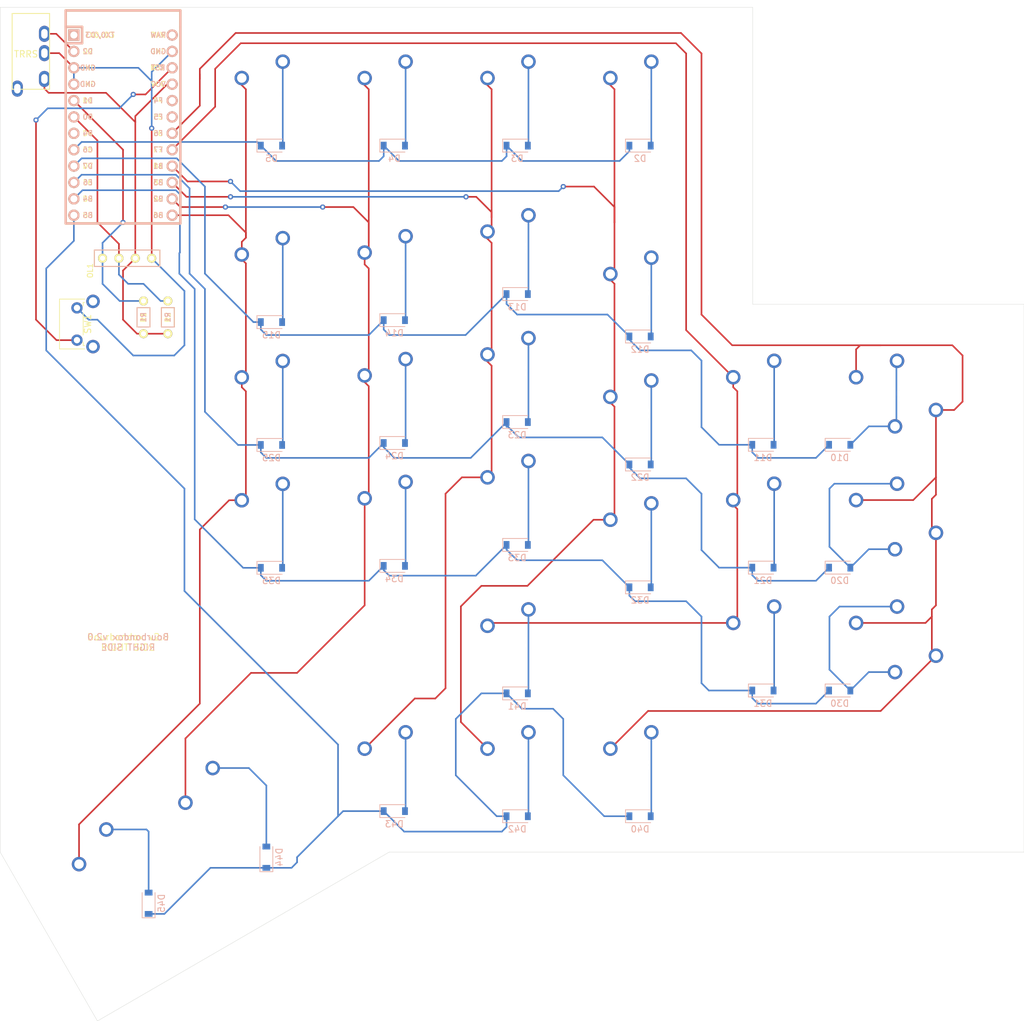
<source format=kicad_pcb>
(kicad_pcb (version 20211014) (generator pcbnew)
  (layers (0 "F.Cu" signal) (31 "B.Cu" signal) (34 "B.Paste" user) (35 "F.Paste" user) (36 "B.SilkS" user "B.Silkscreen") (37 "F.SilkS" user "F.Silkscreen") (38 "B.Mask" user) (39 "F.Mask" user) (44 "Edge.Cuts" user))
  (net 0 "")
  (net 1 "row0")
  (net 2 "row1")
  (net 3 "Net-(D10-Pad2)")
  (net 4 "Net-(D11-Pad2)")
  (net 5 "Net-(D12-Pad2)")
  (net 6 "Net-(D13-Pad2)")
  (net 7 "row2")
  (net 8 "Net-(D14-Pad2)")
  (net 9 "Net-(D15-Pad2)")
  (net 10 "row3")
  (net 11 "Net-(D20-Pad2)")
  (net 12 "Net-(D21-Pad2)")
  (net 13 "Net-(D22-Pad2)")
  (net 14 "Net-(D23-Pad2)")
  (net 15 "Net-(D24-Pad2)")
  (net 16 "Net-(D25-Pad2)")
  (net 17 "row4")
  (net 18 "Net-(D30-Pad2)")
  (net 19 "Net-(J1-PadA)")
  (net 20 "VCC")
  (net 21 "GND")
  (net 22 "DATA")
  (net 23 "col0")
  (net 24 "col1")
  (net 25 "col2")
  (net 26 "col3")
  (net 27 "col4")
  (net 28 "col5")
  (net 29 "SCL")
  (net 30 "SDA")
  (net 31 "RESET")
  (net 32 "Net-(U1-Pad24)")
  (net 33 "Net-(U1-Pad20)")
  (net 34 "Net-(U1-Pad19)")
  (net 35 "Net-(U1-Pad7)")
  (net 36 "Net-(U1-Pad1)")
  (net 37 "Net-(D31-Pad2)")
  (net 38 "Net-(D32-Pad2)")
  (net 39 "Net-(D33-Pad2)")
  (net 40 "Net-(D34-Pad2)")
  (net 41 "Net-(D35-Pad2)")
  (net 42 "Net-(D40-Pad2)")
  (net 43 "Net-(D41-Pad2)")
  (net 44 "Net-(D42-Pad2)")
  (net 45 "Net-(D43-Pad2)")
  (net 46 "Net-(D44-Pad2)")
  (net 47 "Net-(D45-Pad2)")
  (net 48 "Net-(D2-Pad2)")
  (net 49 "Net-(D3-Pad2)")
  (net 50 "Net-(D4-Pad2)")
  (net 51 "Net-(D5-Pad2)")
  (footprint "kbd:MJ-4PP-9_1side" (layer "F.Cu") (at 52.3875 28.575)
    (fp_text reference "J1")
    (fp_text value "MJ-4PP-9" hide)
  )
  (footprint "MX_Only:MXOnly-1U-NoLED" (layer "F.Cu") (at 146.05 41.275)
    (fp_text reference "MX2")
    (fp_text value "MX-NoLED")
  )
  (footprint "MX_Only:MXOnly-1U-NoLED" (layer "F.Cu") (at 127 41.275)
    (fp_text reference "MX3")
    (fp_text value "MX-NoLED")
  )
  (footprint "MX_Only:MXOnly-1U-NoLED" (layer "F.Cu") (at 107.95 41.275)
    (fp_text reference "MX4")
    (fp_text value "MX-NoLED")
  )
  (footprint "MX_Only:MXOnly-1U-NoLED" (layer "F.Cu") (at 184.15 87.6625)
    (fp_text reference "MX10")
    (fp_text value "MX-NoLED")
  )
  (footprint "MX_Only:MXOnly-1U-NoLED" (layer "F.Cu") (at 165.1 87.6625)
    (fp_text reference "MX11")
    (fp_text value "MX-NoLED")
  )
  (footprint "MX_Only:MXOnly-1U-NoLED" (layer "F.Cu") (at 146.05 71.6625)
    (fp_text reference "MX12")
    (fp_text value "MX-NoLED")
  )
  (footprint "MX_Only:MXOnly-1U-NoLED" (layer "F.Cu") (at 127 65.0875)
    (fp_text reference "MX13")
    (fp_text value "MX-NoLED")
  )
  (footprint "MX_Only:MXOnly-1U-NoLED" (layer "F.Cu") (at 107.95 68.3375)
    (fp_text reference "MX14")
    (fp_text value "MX-NoLED")
  )
  (footprint "MX_Only:MXOnly-1U-NoLED" (layer "F.Cu") (at 88.9 68.6375)
    (fp_text reference "MX15")
    (fp_text value "MX-NoLED")
  )
  (footprint "MX_Only:MXOnly-1U-NoLED" (layer "F.Cu") (at 184.15 106.7125)
    (fp_text reference "MX20")
    (fp_text value "MX-NoLED")
  )
  (footprint "MX_Only:MXOnly-1U-NoLED" (layer "F.Cu") (at 165.1 106.7125)
    (fp_text reference "MX21")
    (fp_text value "MX-NoLED")
  )
  (footprint "MX_Only:MXOnly-1U-NoLED" (layer "F.Cu") (at 146.05 90.7125)
    (fp_text reference "MX22")
    (fp_text value "MX-NoLED")
  )
  (footprint "MX_Only:MXOnly-1U-NoLED" (layer "F.Cu") (at 127 84.1375)
    (fp_text reference "MX23")
    (fp_text value "MX-NoLED")
  )
  (footprint "MX_Only:MXOnly-1U-NoLED" (layer "F.Cu") (at 107.95 87.3875)
    (fp_text reference "MX24")
    (fp_text value "MX-NoLED")
  )
  (footprint "MX_Only:MXOnly-1U-NoLED" (layer "F.Cu") (at 88.9 87.6875)
    (fp_text reference "MX25")
    (fp_text value "MX-NoLED")
  )
  (footprint "MX_Only:MXOnly-1U-NoLED" (layer "F.Cu") (at 184.15 125.7625)
    (fp_text reference "MX30")
    (fp_text value "MX-NoLED")
  )
  (footprint "MX_Only:MXOnly-1U-NoLED" (layer "F.Cu") (at 165.1 125.7625)
    (fp_text reference "MX31")
    (fp_text value "MX-NoLED")
  )
  (footprint "MX_Only:MXOnly-1U-NoLED" (layer "F.Cu") (at 146.05 109.7625)
    (fp_text reference "MX32")
    (fp_text value "MX-NoLED")
  )
  (footprint "MX_Only:MXOnly-1U-NoLED" (layer "F.Cu") (at 127 103.1875)
    (fp_text reference "MX33")
    (fp_text value "MX-NoLED")
  )
  (footprint "MX_Only:MXOnly-1U-NoLED" (layer "F.Cu") (at 107.95 106.4375)
    (fp_text reference "MX34")
    (fp_text value "MX-NoLED")
  )
  (footprint "MX_Only:MXOnly-1U-NoLED" (layer "F.Cu") (at 88.9 106.7375)
    (fp_text reference "MX35")
    (fp_text value "MX-NoLED")
  )
  (footprint "MX_Only:MXOnly-1U-NoLED" (layer "F.Cu") (at 146.05 145.25625)
    (fp_text reference "MX40")
    (fp_text value "MX-NoLED")
  )
  (footprint "MX_Only:MXOnly-1U-NoLED" (layer "F.Cu") (at 127 126.20625)
    (fp_text reference "MX41")
    (fp_text value "MX-NoLED")
  )
  (footprint "MX_Only:MXOnly-1U-NoLED" (layer "F.Cu") (at 127 145.25625)
    (fp_text reference "MX42")
    (fp_text value "MX-NoLED")
  )
  (footprint "MX_Only:MXOnly-1U-NoLED" (layer "F.Cu") (at 107.95 145.25625)
    (fp_text reference "MX43")
    (fp_text value "MX-NoLED")
  )
  (footprint "MX_Only:MXOnly-1.5U-Vertical-NoLED" (layer "F.Cu") (at 80.922642 151.39125 30)
    (fp_text reference "MX44")
    (fp_text value "MX-NoLED")
  )
  (footprint "MX_Only:MXOnly-1.5U-Vertical-NoLED" (layer "F.Cu") (at 64.424858 160.91625 30)
    (fp_text reference "MX45")
    (fp_text value "MX-NoLED")
  )
  (footprint "MX_Only:MXOnly-1.5U-NoLED" (layer "F.Cu") (at 188.9125 87.6625 180)
    (fp_text reference "MX10_2")
    (fp_text value "MX-NoLED")
  )
  (footprint "MX_Only:MXOnly-1.5U-NoLED" (layer "F.Cu") (at 188.9125 106.7125 180)
    (fp_text reference "MX20_2")
    (fp_text value "MX-NoLED")
  )
  (footprint "MX_Only:MXOnly-1.5U-NoLED" (layer "F.Cu") (at 188.9125 125.7625 180)
    (fp_text reference "MX30_2")
    (fp_text value "MX-NoLED")
  )
  (footprint "Lily58-footprint:OLED_4Pin" (layer "F.Cu") (at 63.5 66.675)
    (fp_text reference "OL1")
    (fp_text value "OLED" hide)
  )
  (footprint "Lily58-footprint:RESISTOR_mini" (layer "F.Cu") (at 69.85 75.838499 -90)
    (fp_text reference "R1")
    (fp_text value "R_Small" hide)
  )
  (footprint "Lily58-footprint:RESISTOR_mini" (layer "F.Cu") (at 73.62424 75.838499 -90)
    (fp_text reference "R2")
    (fp_text value "R_Small" hide)
  )
  (footprint "Keebio-Parts:ArduinoProMicro" (layer "F.Cu") (at 66.675 46.0375 -90)
    (fp_text reference "U1" hide)
    (fp_text value "ProMicro" hide)
  )
  (footprint "MX_Only:MXOnly-1U-NoLED" (layer "F.Cu") (at 88.9 41.275)
    (fp_text reference "MX5")
    (fp_text value "MX-NoLED")
  )
  (footprint "Keebio-Parts:SW_Tactile_SPST_Angled_MJTP1117" (layer "F.Cu") (at 59.53125 79.375 90)
    (fp_text reference "SW1")
    (fp_text value "SW_Push")
  )
  (footprint "Diode_SMD:D_SOD-123" (layer "B.Cu") (at 146.84375 49.2125)
    (fp_text reference "D2")
    (fp_text value "D_Small")
  )
  (footprint "Diode_SMD:D_SOD-123" (layer "B.Cu") (at 127.79375 49.2125)
    (fp_text reference "D3")
    (fp_text value "D_Small")
  )
  (footprint "Diode_SMD:D_SOD-123" (layer "B.Cu") (at 108.74375 49.2125)
    (fp_text reference "D4")
    (fp_text value "D_Small")
  )
  (footprint "Diode_SMD:D_SOD-123" (layer "B.Cu") (at 177.8 95.6)
    (fp_text reference "D10")
    (fp_text value "D_Small")
  )
  (footprint "Diode_SMD:D_SOD-123" (layer "B.Cu") (at 165.89375 95.6)
    (fp_text reference "D11")
    (fp_text value "D_Small")
  )
  (footprint "Diode_SMD:D_SOD-123" (layer "B.Cu") (at 146.84375 78.80625)
    (fp_text reference "D12")
    (fp_text value "D_Small")
  )
  (footprint "Diode_SMD:D_SOD-123" (layer "B.Cu") (at 127.79375 72.23125)
    (fp_text reference "D13")
    (fp_text value "D_Small")
  )
  (footprint "Diode_SMD:D_SOD-123" (layer "B.Cu") (at 108.74375 76.275)
    (fp_text reference "D14")
    (fp_text value "D_Small")
  )
  (footprint "Diode_SMD:D_SOD-123" (layer "B.Cu") (at 89.69375 76.575)
    (fp_text reference "D15")
    (fp_text value "D_Small")
  )
  (footprint "Diode_SMD:D_SOD-123" (layer "B.Cu") (at 177.8 114.65)
    (fp_text reference "D20")
    (fp_text value "D_Small")
  )
  (footprint "Diode_SMD:D_SOD-123" (layer "B.Cu") (at 165.89375 114.65)
    (fp_text reference "D21")
    (fp_text value "D_Small")
  )
  (footprint "Diode_SMD:D_SOD-123" (layer "B.Cu") (at 146.84375 98.65)
    (fp_text reference "D22")
    (fp_text value "D_Small")
  )
  (footprint "Diode_SMD:D_SOD-123" (layer "B.Cu") (at 127.79375 92.075)
    (fp_text reference "D23")
    (fp_text value "D_Small")
  )
  (footprint "Diode_SMD:D_SOD-123" (layer "B.Cu") (at 108.74375 95.325)
    (fp_text reference "D24")
    (fp_text value "D_Small")
  )
  (footprint "Diode_SMD:D_SOD-123" (layer "B.Cu") (at 177.8 133.7)
    (fp_text reference "D30")
    (fp_text value "D_Small")
  )
  (footprint "Diode_SMD:D_SOD-123" (layer "B.Cu") (at 165.89375 133.7)
    (fp_text reference "D31")
    (fp_text value "D_Small")
  )
  (footprint "Diode_SMD:D_SOD-123" (layer "B.Cu") (at 146.84375 117.7)
    (fp_text reference "D32")
    (fp_text value "D_Small")
  )
  (footprint "Diode_SMD:D_SOD-123" (layer "B.Cu") (at 127.79375 111.125)
    (fp_text reference "D33")
    (fp_text value "D_Small")
  )
  (footprint "Diode_SMD:D_SOD-123" (layer "B.Cu") (at 108.74375 114.375)
    (fp_text reference "D34")
    (fp_text value "D_Small")
  )
  (footprint "Diode_SMD:D_SOD-123" (layer "B.Cu") (at 89.69375 114.675)
    (fp_text reference "D35")
    (fp_text value "D_Small")
  )
  (footprint "Diode_SMD:D_SOD-123" (layer "B.Cu") (at 146.84375 153.19375)
    (fp_text reference "D40")
    (fp_text value "D_Small")
  )
  (footprint "Diode_SMD:D_SOD-123" (layer "B.Cu") (at 127.79375 134.14375)
    (fp_text reference "D41")
    (fp_text value "D_Small")
  )
  (footprint "Diode_SMD:D_SOD-123" (layer "B.Cu") (at 127.79375 153.19375)
    (fp_text reference "D42")
    (fp_text value "D_Small")
  )
  (footprint "Diode_SMD:D_SOD-123" (layer "B.Cu") (at 108.74375 152.4)
    (fp_text reference "D43")
    (fp_text value "D_Small")
  )
  (footprint "Diode_SMD:D_SOD-123" (layer "B.Cu") (at 88.9 159.54375 90)
    (fp_text reference "D44")
    (fp_text value "D_Small")
  )
  (footprint "Diode_SMD:D_SOD-123" (layer "B.Cu") (at 70.64375 166.6875 90)
    (fp_text reference "D45")
    (fp_text value "D_Small")
  )
  (footprint "Diode_SMD:D_SOD-123" (layer "B.Cu") (at 89.69375 49.2125)
    (fp_text reference "D5")
    (fp_text value "D_Small")
  )
  (footprint "Diode_SMD:D_SOD-123" (layer "B.Cu") (at 89.69375 95.625)
    (fp_text reference "D25")
    (fp_text value "D_Small")
  )
  (gr_line (start 164.30625 73.81875) (end 206.375 73.81875) (layer "Edge.Cuts") (width 0.05))
  (gr_line (start 47.625 27.78125) (end 164.30625 27.78125) (layer "Edge.Cuts") (width 0.05))
  (gr_line (start 62.70625 184.94375) (end 47.625 158.75) (layer "Edge.Cuts") (width 0.05))
  (gr_line (start 107.95 158.75) (end 62.70625 184.94375) (layer "Edge.Cuts") (width 0.05))
  (gr_line (start 206.375 73.81875) (end 206.375 158.75) (layer "Edge.Cuts") (width 0.05))
  (gr_line (start 164.30625 27.78125) (end 164.30625 73.81875) (layer "Edge.Cuts") (width 0.05))
  (gr_line (start 206.375 158.75) (end 107.95 158.75) (layer "Edge.Cuts") (width 0.05))
  (gr_line (start 47.625 27.78125) (end 47.625 158.75) (layer "Edge.Cuts") (width 0.05))
  (gr_text "Bourbondox v2.0\nRIGHT SIDE" (at 67.46875 126.20625) (layer "B.SilkS") (effects (font (size 1 1)) (justify mirror)))
  (gr_text "Bourbondox v2.0\nRIGHT SIDE" (at 67.46875 126.20625) (layer "F.SilkS") (effects (font (size 1 1))))
  (segment (start 128.525 51.59375) (end 126.14375 49.2125) (width 0.25) (layer "B.Cu") (net 1))
  (segment (start 126.14375 50.8625) (end 125.4125 51.59375) (width 0.25) (layer "B.Cu") (net 1))
  (segment (start 106.3625 51.59375) (end 90.425 51.59375) (width 0.25) (layer "B.Cu") (net 1))
  (segment (start 90.425 51.59375) (end 88.04375 49.2125) (width 0.25) (layer "B.Cu") (net 1))
  (segment (start 88.04375 49.2125) (end 87.477449 48.646199) (width 0.25) (layer "B.Cu") (net 1))
  (segment (start 125.4125 51.59375) (end 109.475 51.59375) (width 0.25) (layer "B.Cu") (net 1))
  (segment (start 87.477449 48.646199) (end 60.256301 48.646199) (width 0.25) (layer "B.Cu") (net 1))
  (segment (start 143.66875 51.59375) (end 128.525 51.59375) (width 0.25) (layer "B.Cu") (net 1))
  (segment (start 107.09375 50.8625) (end 106.3625 51.59375) (width 0.25) (layer "B.Cu") (net 1))
  (segment (start 145.19375 50.06875) (end 143.66875 51.59375) (width 0.25) (layer "B.Cu") (net 1))
  (segment (start 126.14375 49.2125) (end 126.14375 50.8625) (width 0.25) (layer "B.Cu") (net 1))
  (segment (start 60.256301 48.646199) (end 59.055 49.8475) (width 0.25) (layer "B.Cu") (net 1))
  (segment (start 109.475 51.59375) (end 107.09375 49.2125) (width 0.25) (layer "B.Cu") (net 1))
  (segment (start 145.19375 49.2125) (end 145.19375 50.06875) (width 0.25) (layer "B.Cu") (net 1))
  (segment (start 107.09375 49.2125) (end 107.09375 50.8625) (width 0.25) (layer "B.Cu") (net 1))
  (segment (start 119.79375 78.58125) (end 126.14375 72.23125) (width 0.25) (layer "B.Cu") (net 2))
  (segment (start 174.11875 97.63125) (end 176.15 95.6) (width 0.25) (layer "B.Cu") (net 2))
  (segment (start 164.24375 96.775) (end 165.1 97.63125) (width 0.25) (layer "B.Cu") (net 2))
  (segment (start 104.7875 78.58125) (end 107.09375 76.275) (width 0.25) (layer "B.Cu") (net 2))
  (segment (start 164.24375 95.6) (end 164.24375 96.775) (width 0.25) (layer "B.Cu") (net 2))
  (segment (start 127.79375 75.40625) (end 141.79375 75.40625) (width 0.25) (layer "B.Cu") (net 2))
  (segment (start 126.14375 72.23125) (end 126.14375 73.75625) (width 0.25) (layer "B.Cu") (net 2))
  (segment (start 154.78125 80.9625) (end 156.36875 82.55) (width 0.25) (layer "B.Cu") (net 2))
  (segment (start 88.9 78.58125) (end 104.7875 78.58125) (width 0.25) (layer "B.Cu") (net 2))
  (segment (start 145.19375 79.3125) (end 146.84375 80.9625) (width 0.25) (layer "B.Cu") (net 2))
  (segment (start 86.89375 76.575) (end 79.375 69.05625) (width 0.25) (layer "B.Cu") (net 2))
  (segment (start 60.256301 51.186199) (end 59.055 52.3875) (width 0.25) (layer "B.Cu") (net 2))
  (segment (start 107.95 78.58125) (end 119.79375 78.58125) (width 0.25) (layer "B.Cu") (net 2))
  (segment (start 126.14375 73.75625) (end 127.79375 75.40625) (width 0.25) (layer "B.Cu") (net 2))
  (segment (start 156.36875 92.86875) (end 159.1 95.6) (width 0.25) (layer "B.Cu") (net 2))
  (segment (start 88.04375 77.725) (end 88.9 78.58125) (width 0.25) (layer "B.Cu") (net 2))
  (segment (start 107.09375 77.725) (end 107.95 78.58125) (width 0.25) (layer "B.Cu") (net 2))
  (segment (start 165.1 97.63125) (end 174.11875 97.63125) (width 0.25) (layer "B.Cu") (net 2))
  (segment (start 79.375 69.05625) (end 79.375 55.5625) (width 0.25) (layer "B.Cu") (net 2))
  (segment (start 156.36875 82.55) (end 156.36875 92.86875) (width 0.25) (layer "B.Cu") (net 2))
  (segment (start 107.09375 76.275) (end 107.09375 77.725) (width 0.25) (layer "B.Cu") (net 2))
  (segment (start 141.79375 75.40625) (end 145.19375 78.80625) (width 0.25) (layer "B.Cu") (net 2))
  (segment (start 88.04375 76.575) (end 86.89375 76.575) (width 0.25) (layer "B.Cu") (net 2))
  (segment (start 145.19375 78.80625) (end 145.19375 79.3125) (width 0.25) (layer "B.Cu") (net 2))
  (segment (start 74.998699 51.186199) (end 60.256301 51.186199) (width 0.25) (layer "B.Cu") (net 2))
  (segment (start 159.1 95.6) (end 164.24375 95.6) (width 0.25) (layer "B.Cu") (net 2))
  (segment (start 146.84375 80.9625) (end 154.78125 80.9625) (width 0.25) (layer "B.Cu") (net 2))
  (segment (start 79.375 55.5625) (end 74.998699 51.186199) (width 0.25) (layer "B.Cu") (net 2))
  (segment (start 88.04375 76.575) (end 88.04375 77.725) (width 0.25) (layer "B.Cu") (net 2))
  (segment (start 186.3725 92.7425) (end 182.3075 92.7425) (width 0.25) (layer "B.Cu") (net 3))
  (segment (start 182.3075 92.7425) (end 179.45 95.6) (width 0.25) (layer "B.Cu") (net 3))
  (segment (start 186.593599 82.678901) (end 186.593599 92.521401) (width 0.25) (layer "B.Cu") (net 3))
  (segment (start 186.593599 92.521401) (end 186.3725 92.7425) (width 0.25) (layer "B.Cu") (net 3))
  (segment (start 186.69 82.5825) (end 186.593599 82.678901) (width 0.25) (layer "B.Cu") (net 3))
  (segment (start 167.64 95.50375) (end 167.54375 95.6) (width 0.25) (layer "B.Cu") (net 4))
  (segment (start 167.64 82.5825) (end 167.64 95.50375) (width 0.25) (layer "B.Cu") (net 4))
  (segment (start 148.59 78.71) (end 148.49375 78.80625) (width 0.25) (layer "B.Cu") (net 5))
  (segment (start 148.59 66.5825) (end 148.59 78.71) (width 0.25) (layer "B.Cu") (net 5))
  (segment (start 129.54 72.135) (end 129.44375 72.23125) (width 0.25) (layer "B.Cu") (net 6))
  (segment (start 129.54 60.0075) (end 129.54 72.135) (width 0.25) (layer "B.Cu") (net 6))
  (segment (start 84.5125 95.625) (end 79.375 90.4875) (width 0.25) (layer "B.Cu") (net 7))
  (segment (start 141 94.45625) (end 145.19375 98.65) (width 0.25) (layer "B.Cu") (net 7))
  (segment (start 107.09375 95.325) (end 107.09375 95.98125) (width 0.25) (layer "B.Cu") (net 7))
  (segment (start 88.04375 95.625) (end 88.04375 96.775) (width 0.25) (layer "B.Cu") (net 7))
  (segment (start 174.11875 116.68125) (end 176.15 114.65) (width 0.25) (layer "B.Cu") (net 7))
  (segment (start 159.1 114.65) (end 164.24375 114.65) (width 0.25) (layer "B.Cu") (net 7))
  (segment (start 126.384752 92.80625) (end 128.034752 94.45625) (width 0.25) (layer "B.Cu") (net 7))
  (segment (start 146.84375 100.80625) (end 153.9875 100.80625) (width 0.25) (layer "B.Cu") (net 7))
  (segment (start 145.19375 99.15625) (end 146.84375 100.80625) (width 0.25) (layer "B.Cu") (net 7))
  (segment (start 79.375 71.4375) (end 76.99375 69.05625) (width 0.25) (layer "B.Cu") (net 7))
  (segment (start 88.04375 96.775) (end 88.9 97.63125) (width 0.25) (layer "B.Cu") (net 7))
  (segment (start 88.04375 95.625) (end 84.5125 95.625) (width 0.25) (layer "B.Cu") (net 7))
  (segment (start 104.7875 97.63125) (end 107.09375 95.325) (width 0.25) (layer "B.Cu") (net 7))
  (segment (start 126.14375 92.075) (end 126.14375 92.80625) (width 0.25) (layer "B.Cu") (net 7))
  (segment (start 165.1 116.68125) (end 174.11875 116.68125) (width 0.25) (layer "B.Cu") (net 7))
  (segment (start 164.24375 114.65) (end 164.24375 115.825) (width 0.25) (layer "B.Cu") (net 7))
  (segment (start 156.36875 111.91875) (end 159.1 114.65) (width 0.25) (layer "B.Cu") (net 7))
  (segment (start 76.99375 69.05625) (end 76.99375 55.848324) (width 0.25) (layer "B.Cu") (net 7))
  (segment (start 74.871625 53.726199) (end 60.256301 53.726199) (width 0.25) (layer "B.Cu") (net 7))
  (segment (start 108.74375 97.63125) (end 120.5875 97.63125) (width 0.25) (layer "B.Cu") (net 7))
  (segment (start 107.09375 95.98125) (end 108.74375 97.63125) (width 0.25) (layer "B.Cu") (net 7))
  (segment (start 128.034752 94.45625) (end 141 94.45625) (width 0.25) (layer "B.Cu") (net 7))
  (segment (start 126.14375 92.80625) (end 126.384752 92.80625) (width 0.25) (layer "B.Cu") (net 7))
  (segment (start 79.375 90.4875) (end 79.375 71.4375) (width 0.25) (layer "B.Cu") (net 7))
  (segment (start 145.19375 98.65) (end 145.19375 99.15625) (width 0.25) (layer "B.Cu") (net 7))
  (segment (start 60.256301 53.726199) (end 59.055 54.9275) (width 0.25) (layer "B.Cu") (net 7))
  (segment (start 88.9 97.63125) (end 104.7875 97.63125) (width 0.25) (layer "B.Cu") (net 7))
  (segment (start 156.36875 103.1875) (end 156.36875 111.91875) (width 0.25) (layer "B.Cu") (net 7))
  (segment (start 164.24375 115.825) (end 165.1 116.68125) (width 0.25) (layer "B.Cu") (net 7))
  (segment (start 153.9875 100.80625) (end 156.36875 103.1875) (width 0.25) (layer "B.Cu") (net 7))
  (segment (start 120.5875 97.63125) (end 126.14375 92.075) (width 0.25) (layer "B.Cu") (net 7))
  (segment (start 76.99375 55.848324) (end 74.871625 53.726199) (width 0.25) (layer "B.Cu") (net 7))
  (segment (start 110.49 76.17875) (end 110.39375 76.275) (width 0.25) (layer "B.Cu") (net 8))
  (segment (start 110.49 63.2575) (end 110.49 76.17875) (width 0.25) (layer "B.Cu") (net 8))
  (segment (start 91.44 63.5575) (end 91.44 76.47875) (width 0.25) (layer "B.Cu") (net 9))
  (segment (start 91.44 76.47875) (end 91.34375 76.575) (width 0.25) (layer "B.Cu") (net 9))
  (segment (start 88.9 116.68125) (end 104.7875 116.68125) (width 0.25) (layer "B.Cu") (net 10))
  (segment (start 141 113.50625) (end 145.19375 117.7) (width 0.25) (layer "B.Cu") (net 10))
  (segment (start 126.14375 111.85625) (end 127.79375 113.50625) (width 0.25) (layer "B.Cu") (net 10))
  (segment (start 85.30625 114.675) (end 77.7875 107.15625) (width 0.25) (layer "B.Cu") (net 10))
  (segment (start 157.5125 133.7) (end 164.24375 133.7) (width 0.25) (layer "B.Cu") (net 10))
  (segment (start 88.04375 114.675) (end 88.04375 115.825) (width 0.25) (layer "B.Cu") (net 10))
  (segment (start 145.19375 117.7) (end 145.19375 119) (width 0.25) (layer "B.Cu") (net 10))
  (segment (start 88.04375 114.675) (end 85.30625 114.675) (width 0.25) (layer "B.Cu") (net 10))
  (segment (start 107.09375 114.375) (end 107.09375 115.03125) (width 0.25) (layer "B.Cu") (net 10))
  (segment (start 74.871625 56.128801) (end 60.393699 56.128801) (width 0.25) (layer "B.Cu") (net 10))
  (segment (start 127.79375 113.50625) (end 141 113.50625) (width 0.25) (layer "B.Cu") (net 10))
  (segment (start 104.7875 116.68125) (end 107.09375 114.375) (width 0.25) (layer "B.Cu") (net 10))
  (segment (start 156.36875 122.2375) (end 156.36875 132.55625) (width 0.25) (layer "B.Cu") (net 10))
  (segment (start 77.7875 71.4375) (end 75.40625 69.05625) (width 0.25) (layer "B.Cu") (net 10))
  (segment (start 126.14375 111.125) (end 126.14375 111.85625) (width 0.25) (layer "B.Cu") (net 10))
  (segment (start 60.393699 56.128801) (end 59.055 57.4675) (width 0.25) (layer "B.Cu") (net 10))
  (segment (start 75.496301 56.753477) (end 74.871625 56.128801) (width 0.25) (layer "B.Cu") (net 10))
  (segment (start 164.24375 133.7) (end 164.24375 134.875) (width 0.25) (layer "B.Cu") (net 10))
  (segment (start 146.05 119.85625) (end 153.9875 119.85625) (width 0.25) (layer "B.Cu") (net 10))
  (segment (start 75.40625 65.88125) (end 75.496301 65.791199) (width 0.25) (layer "B.Cu") (net 10))
  (segment (start 164.24375 134.875) (end 165.1 135.73125) (width 0.25) (layer "B.Cu") (net 10))
  (segment (start 121.38125 115.8875) (end 126.14375 111.125) (width 0.25) (layer "B.Cu") (net 10))
  (segment (start 77.7875 107.15625) (end 77.7875 71.4375) (width 0.25) (layer "B.Cu") (net 10))
  (segment (start 88.04375 115.825) (end 88.9 116.68125) (width 0.25) (layer "B.Cu") (net 10))
  (segment (start 165.1 135.73125) (end 174.11875 135.73125) (width 0.25) (layer "B.Cu") (net 10))
  (segment (start 75.496301 65.791199) (end 75.496301 56.753477) (width 0.25) (layer "B.Cu") (net 10))
  (segment (start 107.09375 115.03125) (end 107.95 115.8875) (width 0.25) (layer "B.Cu") (net 10))
  (segment (start 153.9875 119.85625) (end 156.36875 122.2375) (width 0.25) (layer "B.Cu") (net 10))
  (segment (start 75.40625 69.05625) (end 75.40625 65.88125) (width 0.25) (layer "B.Cu") (net 10))
  (segment (start 174.11875 135.73125) (end 176.15 133.7) (width 0.25) (layer "B.Cu") (net 10))
  (segment (start 145.19375 119) (end 146.05 119.85625) (width 0.25) (layer "B.Cu") (net 10))
  (segment (start 107.95 115.8875) (end 121.38125 115.8875) (width 0.25) (layer "B.Cu") (net 10))
  (segment (start 156.36875 132.55625) (end 157.5125 133.7) (width 0.25) (layer "B.Cu") (net 10))
  (segment (start 186.69 101.6325) (end 176.97375 101.6325) (width 0.25) (layer "B.Cu") (net 11))
  (segment (start 182.3075 111.7925) (end 179.45 114.65) (width 0.25) (layer "B.Cu") (net 11))
  (segment (start 176.97375 101.6325) (end 176.2125 102.39375) (width 0.25) (layer "B.Cu") (net 11))
  (segment (start 176.2125 102.39375) (end 176.2125 111.4125) (width 0.25) (layer "B.Cu") (net 11))
  (segment (start 186.3725 111.7925) (end 182.3075 111.7925) (width 0.25) (layer "B.Cu") (net 11))
  (segment (start 176.2125 111.4125) (end 179.45 114.65) (width 0.25) (layer "B.Cu") (net 11))
  (segment (start 167.64 114.55375) (end 167.54375 114.65) (width 0.25) (layer "B.Cu") (net 12))
  (segment (start 167.64 101.6325) (end 167.64 114.55375) (width 0.25) (layer "B.Cu") (net 12))
  (segment (start 148.59 85.6325) (end 148.59 98.55375) (width 0.25) (layer "B.Cu") (net 13))
  (segment (start 148.59 98.55375) (end 148.49375 98.65) (width 0.25) (layer "B.Cu") (net 13))
  (segment (start 129.54 91.97875) (end 129.44375 92.075) (width 0.25) (layer "B.Cu") (net 14))
  (segment (start 129.54 79.0575) (end 129.54 91.97875) (width 0.25) (layer "B.Cu") (net 14))
  (segment (start 110.49 95.22875) (end 110.39375 95.325) (width 0.25) (layer "B.Cu") (net 15))
  (segment (start 110.49 82.3075) (end 110.49 95.22875) (width 0.25) (layer "B.Cu") (net 15))
  (segment (start 91.44 82.6075) (end 91.44 95.52875) (width 0.25) (layer "B.Cu") (net 16))
  (segment (start 91.44 95.52875) (end 91.34375 95.625) (width 0.25) (layer "B.Cu") (net 16))
  (segment (start 73.0875 168.3375) (end 70.64375 168.3375) (width 0.25) (layer "B.Cu") (net 17))
  (segment (start 54.76875 68.2625) (end 54.76875 80.9625) (width 0.25) (layer "B.Cu") (net 17))
  (segment (start 92.80625 161.19375) (end 88.9 161.19375) (width 0.25) (layer "B.Cu") (net 17))
  (segment (start 125.4125 155.575) (end 110.26875 155.575) (width 0.25) (layer "B.Cu") (net 17))
  (segment (start 93.6625 159.54375) (end 93.6625 160.3375) (width 0.25) (layer "B.Cu") (net 17))
  (segment (start 145.19375 153.19375) (end 141.2875 153.19375) (width 0.25) (layer "B.Cu") (net 17))
  (segment (start 141.2875 153.19375) (end 134.9375 146.84375) (width 0.25) (layer "B.Cu") (net 17))
  (segment (start 126.14375 153.19375) (end 126.14375 154.84375) (width 0.25) (layer "B.Cu") (net 17))
  (segment (start 76.2 102.39375) (end 76.2 118.26875) (width 0.25) (layer "B.Cu") (net 17))
  (segment (start 80.23125 161.19375) (end 73.0875 168.3375) (width 0.25) (layer "B.Cu") (net 17))
  (segment (start 133.35 136.525) (end 128.525 136.525) (width 0.25) (layer "B.Cu") (net 17))
  (segment (start 134.9375 146.84375) (end 134.9375 138.1125) (width 0.25) (layer "B.Cu") (net 17))
  (segment (start 88.9 161.19375) (end 80.23125 161.19375) (width 0.25) (layer "B.Cu") (net 17))
  (segment (start 59.055 60.0075) (end 59.055 63.97625) (width 0.25) (layer "B.Cu") (net 17))
  (segment (start 128.525 136.525) (end 126.14375 134.14375) (width 0.25) (layer "B.Cu") (net 17))
  (segment (start 100.0125 153.19375) (end 93.6625 159.54375) (width 0.25) (layer "B.Cu") (net 17))
  (segment (start 126.14375 134.14375) (end 122.2375 134.14375) (width 0.25) (layer "B.Cu") (net 17))
  (segment (start 100.0125 142.08125) (end 100.0125 153.19375) (width 0.25) (layer "B.Cu") (net 17))
  (segment (start 59.055 63.97625) (end 54.76875 68.2625) (width 0.25) (layer "B.Cu") (net 17))
  (segment (start 93.6625 160.3375) (end 92.80625 161.19375) (width 0.25) (layer "B.Cu") (net 17))
  (segment (start 122.2375 134.14375) (end 118.26875 138.1125) (width 0.25) (layer "B.Cu") (net 17))
  (segment (start 54.76875 80.9625) (end 76.2 102.39375) (width 0.25) (layer "B.Cu") (net 17))
  (segment (start 118.26875 146.84375) (end 124.61875 153.19375) (width 0.25) (layer "B.Cu") (net 17))
  (segment (start 100.80625 152.4) (end 100.0125 153.19375) (width 0.25) (layer "B.Cu") (net 17))
  (segment (start 124.61875 153.19375) (end 126.14375 153.19375) (width 0.25) (layer "B.Cu") (net 17))
  (segment (start 126.14375 154.84375) (end 125.4125 155.575) (width 0.25) (layer "B.Cu") (net 17))
  (segment (start 76.2 118.26875) (end 100.0125 142.08125) (width 0.25) (layer "B.Cu") (net 17))
  (segment (start 134.9375 138.1125) (end 133.35 136.525) (width 0.25) (layer "B.Cu") (net 17))
  (segment (start 107.09375 152.4) (end 100.80625 152.4) (width 0.25) (layer "B.Cu") (net 17))
  (segment (start 110.26875 155.575) (end 107.09375 152.4) (width 0.25) (layer "B.Cu") (net 17))
  (segment (start 118.26875 138.1125) (end 118.26875 146.84375) (width 0.25) (layer "B.Cu") (net 17))
  (segment (start 186.69 120.6825) (end 177.7675 120.6825) (width 0.25) (layer "B.Cu") (net 18))
  (segment (start 176.2125 122.2375) (end 176.2125 130.4625) (width 0.25) (layer "B.Cu") (net 18))
  (segment (start 182.3075 130.8425) (end 179.45 133.7) (width 0.25) (layer "B.Cu") (net 18))
  (segment (start 176.2125 130.4625) (end 179.45 133.7) (width 0.25) (layer "B.Cu") (net 18))
  (segment (start 177.7675 120.6825) (end 176.2125 122.2375) (width 0.25) (layer "B.Cu") (net 18))
  (segment (start 186.3725 130.8425) (end 182.3075 130.8425) (width 0.25) (layer "B.Cu") (net 18))
  (segment (start 68.58 44.640426) (end 73.532926 39.6875) (width 0.25) (layer "F.Cu") (net 20))
  (segment (start 73.62424 78.378499) (end 69.85 78.378499) (width 0.25) (layer "F.Cu") (net 20))
  (segment (start 54.4875 40.375) (end 55.138699 41.026199) (width 0.25) (layer "F.Cu") (net 20))
  (segment (start 68.58 45.56125) (end 68.58 44.640426) (width 0.25) (layer "F.Cu") (net 20))
  (segment (start 68.853499 78.378499) (end 66.675 76.2) (width 0.25) (layer "F.Cu") (net 20))
  (segment (start 54.4875 38.875) (end 54.4875 40.375) (width 0.25) (layer "F.Cu") (net 20))
  (segment (start 68.58 66.675) (end 68.58 45.56125) (width 0.25) (layer "F.Cu") (net 20))
  (segment (start 66.675 76.2) (end 66.675 68.58) (width 0.25) (layer "F.Cu") (net 20))
  (segment (start 64.044949 41.026199) (end 68.58 45.56125) (width 0.25) (layer "F.Cu") (net 20))
  (segment (start 73.532926 39.6875) (end 74.295 39.6875) (width 0.25) (layer "F.Cu") (net 20))
  (segment (start 66.675 68.58) (end 68.58 66.675) (width 0.25) (layer "F.Cu") (net 20))
  (segment (start 55.138699 41.026199) (end 64.044949 41.026199) (width 0.25) (layer "F.Cu") (net 20))
  (segment (start 69.85 78.378499) (end 68.853499 78.378499) (width 0.25) (layer "F.Cu") (net 20))
  (segment (start 71.12 46.51375) (end 71.12 46.51375) (width 0.25) (layer "F.Cu") (net 21))
  (segment (start 56.7825 34.875) (end 59.055 37.1475) (width 0.25) (layer "F.Cu") (net 21))
  (segment (start 54.4875 34.875) (end 56.7825 34.875) (width 0.25) (layer "F.Cu") (net 21))
  (segment (start 71.12 66.675) (end 71.12 46.51375) (width 0.25) (layer "F.Cu") (net 21))
  (via (at 71.12 46.51375) (size 0.8) (drill 0.4) (layers "F.Cu" "B.Cu") (net 21))
  (segment (start 71.12 46.51375) (end 71.12 39.21125) (width 0.25) (layer "B.Cu") (net 21))
  (segment (start 59.53125 74.375) (end 61.35625 76.2) (width 0.25) (layer "B.Cu") (net 21))
  (segment (start 59.055 37.1475) (end 69.05625 37.1475) (width 0.25) (layer "B.Cu") (net 21))
  (segment (start 74.6125 81.75625) (end 76.2 80.16875) (width 0.25) (layer "B.Cu") (net 21))
  (segment (start 62.70625 76.2) (end 68.2625 81.75625) (width 0.25) (layer "B.Cu") (net 21))
  (segment (start 71.12 37.7825) (end 74.295 34.6075) (width 0.25) (layer "B.Cu") (net 21))
  (segment (start 76.2 71.755) (end 71.12 66.675) (width 0.25) (layer "B.Cu") (net 21))
  (segment (start 68.2625 81.75625) (end 74.6125 81.75625) (width 0.25) (layer "B.Cu") (net 21))
  (segment (start 71.12 39.21125) (end 71.12 37.7825) (width 0.25) (layer "B.Cu") (net 21))
  (segment (start 76.2 80.16875) (end 76.2 71.755) (width 0.25) (layer "B.Cu") (net 21))
  (segment (start 61.35625 76.2) (end 62.70625 76.2) (width 0.25) (layer "B.Cu") (net 21))
  (segment (start 69.05625 37.1475) (end 71.12 39.21125) (width 0.25) (layer "B.Cu") (net 21))
  (segment (start 59.055 39.6875) (end 59.055 37.1475) (width 0.25) (layer "B.Cu") (net 21))
  (segment (start 56.3225 31.875) (end 59.055 34.6075) (width 0.25) (layer "F.Cu") (net 22))
  (segment (start 54.4875 31.875) (end 56.3225 31.875) (width 0.25) (layer "F.Cu") (net 22))
  (segment (start 78.58125 38.89375) (end 78.58125 43.02125) (width 0.25) (layer "F.Cu") (net 23))
  (segment (start 192.7225 90.2025) (end 192.7225 100.6475) (width 0.25) (layer "F.Cu") (net 23))
  (segment (start 191.1025 123.2225) (end 192.0875 122.2375) (width 0.25) (layer "F.Cu") (net 23))
  (segment (start 161.13125 80.16875) (end 156.36875 75.40625) (width 0.25) (layer "F.Cu") (net 23))
  (segment (start 192.0875 121.12625) (end 192.0875 122.2375) (width 0.25) (layer "F.Cu") (net 23))
  (segment (start 196.85 81.75625) (end 196.85 88.9) (width 0.25) (layer "F.Cu") (net 23))
  (segment (start 148.08125 136.875) (end 142.24 142.71625) (width 0.25) (layer "F.Cu") (net 23))
  (segment (start 195.2625 80.16875) (end 196.85 81.75625) (width 0.25) (layer "F.Cu") (net 23))
  (segment (start 192.0875 122.2375) (end 192.0875 127.6675) (width 0.25) (layer "F.Cu") (net 23))
  (segment (start 78.58125 43.02125) (end 74.295 47.3075) (width 0.25) (layer "F.Cu") (net 23))
  (segment (start 180.34 123.2225) (end 191.1025 123.2225) (width 0.25) (layer "F.Cu") (net 23))
  (segment (start 192.7225 103.34625) (end 192.0875 103.98125) (width 0.25) (layer "F.Cu") (net 23))
  (segment (start 192.7225 128.3025) (end 184.15 136.875) (width 0.25) (layer "F.Cu") (net 23))
  (segment (start 192.0875 127.6675) (end 192.7225 128.3025) (width 0.25) (layer "F.Cu") (net 23))
  (segment (start 153.19375 31.75) (end 84.1375 31.75) (width 0.25) (layer "F.Cu") (net 23))
  (segment (start 192.0875 108.6175) (end 192.7225 109.2525) (width 0.25) (layer "F.Cu") (net 23))
  (segment (start 78.58125 38.1) (end 78.58125 38.89375) (width 0.25) (layer "F.Cu") (net 23))
  (segment (start 192.0875 103.98125) (end 192.0875 108.6175) (width 0.25) (layer "F.Cu") (net 23))
  (segment (start 184.15 80.16875) (end 161.13125 80.16875) (width 0.25) (layer "F.Cu") (net 23))
  (segment (start 184.15 80.16875) (end 195.2625 80.16875) (width 0.25) (layer "F.Cu") (net 23))
  (segment (start 189.1975 104.1725) (end 192.7225 100.6475) (width 0.25) (layer "F.Cu") (net 23))
  (segment (start 192.7225 100.6475) (end 192.7225 103.34625) (width 0.25) (layer "F.Cu") (net 23))
  (segment (start 78.58125 37.30625) (end 78.58125 38.89375) (width 0.25) (layer "F.Cu") (net 23))
  (segment (start 84.1375 31.75) (end 78.58125 37.30625) (width 0.25) (layer "F.Cu") (net 23))
  (segment (start 184.15 136.875) (end 148.08125 136.875) (width 0.25) (layer "F.Cu") (net 23))
  (segment (start 156.36875 34.925) (end 153.19375 31.75) (width 0.25) (layer "F.Cu") (net 23))
  (segment (start 192.7225 120.49125) (end 192.0875 121.12625) (width 0.25) (layer "F.Cu") (net 23))
  (segment (start 156.36875 75.40625) (end 156.36875 34.925) (width 0.25) (layer "F.Cu") (net 23))
  (segment (start 180.34 80.80375) (end 180.975 80.16875) (width 0.25) (layer "F.Cu") (net 23))
  (segment (start 195.5475 90.2025) (end 192.7225 90.2025) (width 0.25) (layer "F.Cu") (net 23))
  (segment (start 196.85 88.9) (end 195.5475 90.2025) (width 0.25) (layer "F.Cu") (net 23))
  (segment (start 180.975 80.16875) (end 184.15 80.16875) (width 0.25) (layer "F.Cu") (net 23))
  (segment (start 180.34 85.1225) (end 180.34 80.80375) (width 0.25) (layer "F.Cu") (net 23))
  (segment (start 192.7225 109.2525) (end 192.7225 120.49125) (width 0.25) (layer "F.Cu") (net 23))
  (segment (start 180.34 104.1725) (end 189.1975 104.1725) (width 0.25) (layer "F.Cu") (net 23))
  (segment (start 123.63375 123.2225) (end 123.19 123.66625) (width 0.25) (layer "F.Cu") (net 24))
  (segment (start 153.9875 34.925) (end 152.4 33.3375) (width 0.25) (layer "F.Cu") (net 24))
  (segment (start 161.29 104.1725) (end 161.29 104.93375) (width 0.25) (layer "F.Cu") (net 24))
  (segment (start 161.29 104.93375) (end 161.925 105.56875) (width 0.25) (layer "F.Cu") (net 24))
  (segment (start 161.29 123.2225) (end 123.63375 123.2225) (width 0.25) (layer "F.Cu") (net 24))
  (segment (start 161.925 87.3125) (end 161.925 103.5375) (width 0.25) (layer "F.Cu") (net 24))
  (segment (start 161.29 86.6775) (end 161.925 87.3125) (width 0.25) (layer "F.Cu") (net 24))
  (segment (start 161.29 85.1225) (end 161.29 86.6775) (width 0.25) (layer "F.Cu") (net 24))
  (segment (start 161.925 105.56875) (end 161.925 122.5875) (width 0.25) (layer "F.Cu") (net 24))
  (segment (start 80.3275 43.815) (end 74.295 49.8475) (width 0.25) (layer "F.Cu") (net 24))
  (segment (start 161.925 122.5875) (end 161.29 123.2225) (width 0.25) (layer "F.Cu") (net 24))
  (segment (start 161.925 103.5375) (end 161.29 104.1725) (width 0.25) (layer "F.Cu") (net 24))
  (segment (start 84.93125 33.3375) (end 80.9625 37.30625) (width 0.25) (layer "F.Cu") (net 24))
  (segment (start 153.9875 77.82) (end 153.9875 34.925) (width 0.25) (layer "F.Cu") (net 24))
  (segment (start 80.9625 43.18) (end 80.3275 43.815) (width 0.25) (layer "F.Cu") (net 24))
  (segment (start 161.29 85.1225) (end 153.9875 77.82) (width 0.25) (layer "F.Cu") (net 24))
  (segment (start 80.9625 37.30625) (end 80.9625 43.18) (width 0.25) (layer "F.Cu") (net 24))
  (segment (start 152.4 33.3375) (end 84.93125 33.3375) (width 0.25) (layer "F.Cu") (net 24))
  (segment (start 134.9375 55.5625) (end 134.9375 55.5625) (width 0.25) (layer "F.Cu") (net 25))
  (segment (start 129.38125 117.475) (end 122.2375 117.475) (width 0.25) (layer "F.Cu") (net 25))
  (segment (start 142.875 89.69375) (end 142.875 106.5875) (width 0.25) (layer "F.Cu") (net 25))
  (segment (start 76.67625 54.76875) (end 74.295 52.3875) (width 0.25) (layer "F.Cu") (net 25))
  (segment (start 142.24 69.1225) (end 142.24 70.00875) (width 0.25) (layer "F.Cu") (net 25))
  (segment (start 122.2375 117.475) (end 119.0625 120.65) (width 0.25) (layer "F.Cu") (net 25))
  (segment (start 142.875 40.48125) (end 142.875 61.11875) (width 0.25) (layer "F.Cu") (net 25))
  (segment (start 142.875 61.11875) (end 142.875 68.4875) (width 0.25) (layer "F.Cu") (net 25))
  (segment (start 142.875 68.4875) (end 142.24 69.1225) (width 0.25) (layer "F.Cu") (net 25))
  (segment (start 142.24 70.00875) (end 142.875 70.64375) (width 0.25) (layer "F.Cu") (net 25))
  (segment (start 142.875 87.5375) (end 142.24 88.1725) (width 0.25) (layer "F.Cu") (net 25))
  (segment (start 142.24 89.05875) (end 142.875 89.69375) (width 0.25) (layer "F.Cu") (net 25))
  (segment (start 119.0625 120.65) (end 119.0625 138.58875) (width 0.25) (layer "F.Cu") (net 25))
  (segment (start 142.875 106.5875) (end 142.24 107.2225) (width 0.25) (layer "F.Cu") (net 25))
  (segment (start 119.0625 138.58875) (end 123.19 142.71625) (width 0.25) (layer "F.Cu") (net 25))
  (segment (start 139.7 55.5625) (end 134.9375 55.5625) (width 0.25) (layer "F.Cu") (net 25))
  (segment (start 142.24 38.735) (end 142.24 39.84625) (width 0.25) (layer "F.Cu") (net 25))
  (segment (start 142.24 88.1725) (end 142.24 89.05875) (width 0.25) (layer "F.Cu") (net 25))
  (segment (start 142.875 61.11875) (end 142.875 58.7375) (width 0.25) (layer "F.Cu") (net 25))
  (segment (start 142.875 70.64375) (end 142.875 87.5375) (width 0.25) (layer "F.Cu") (net 25))
  (segment (start 139.63375 107.2225) (end 129.38125 117.475) (width 0.25) (layer "F.Cu") (net 25))
  (segment (start 83.34375 54.76875) (end 76.67625 54.76875) (width 0.25) (layer "F.Cu") (net 25))
  (segment (start 142.24 107.2225) (end 139.63375 107.2225) (width 0.25) (layer "F.Cu") (net 25))
  (segment (start 142.24 39.84625) (end 142.875 40.48125) (width 0.25) (layer "F.Cu") (net 25))
  (segment (start 142.875 58.7375) (end 139.7 55.5625) (width 0.25) (layer "F.Cu") (net 25))
  (via (at 134.9375 55.5625) (size 0.8) (drill 0.4) (layers "F.Cu" "B.Cu") (net 25))
  (via (at 83.34375 54.76875) (size 0.8) (drill 0.4) (layers "F.Cu" "B.Cu") (net 25))
  (segment (start 83.34375 54.76875) (end 83.34375 54.76875) (width 0.25) (layer "B.Cu") (net 25))
  (segment (start 134.9375 55.5625) (end 134.233801 56.266199) (width 0.25) (layer "B.Cu") (net 25))
  (segment (start 134.233801 56.266199) (end 84.841199 56.266199) (width 0.25) (layer "B.Cu") (net 25))
  (segment (start 84.841199 56.266199) (end 83.34375 54.76875) (width 0.25) (layer "B.Cu") (net 25))
  (segment (start 119.85625 57.15) (end 119.85625 57.15) (width 0.25) (layer "F.Cu") (net 26))
  (segment (start 123.19 63.65875) (end 123.825 64.29375) (width 0.25) (layer "F.Cu") (net 26))
  (segment (start 123.19 38.735) (end 123.19 39.84625) (width 0.25) (layer "F.Cu") (net 26))
  (segment (start 123.19 39.84625) (end 123.825 40.48125) (width 0.25) (layer "F.Cu") (net 26))
  (segment (start 123.825 60.325) (end 123.825 61.9125) (width 0.25) (layer "F.Cu") (net 26))
  (segment (start 111.91875 134.9375) (end 104.14 142.71625) (width 0.25) (layer "F.Cu") (net 26))
  (segment (start 116.68125 103.1875) (end 116.68125 133.35) (width 0.25) (layer "F.Cu") (net 26))
  (segment (start 76.5175 57.15) (end 74.295 54.9275) (width 0.25) (layer "F.Cu") (net 26))
  (segment (start 115.09375 134.9375) (end 111.91875 134.9375) (width 0.25) (layer "F.Cu") (net 26))
  (segment (start 123.825 61.9125) (end 123.19 62.5475) (width 0.25) (layer "F.Cu") (net 26))
  (segment (start 123.19 82.70875) (end 123.825 83.34375) (width 0.25) (layer "F.Cu") (net 26))
  (segment (start 83.34375 57.15) (end 76.5175 57.15) (width 0.25) (layer "F.Cu") (net 26))
  (segment (start 116.68125 133.35) (end 115.09375 134.9375) (width 0.25) (layer "F.Cu") (net 26))
  (segment (start 123.825 59.53125) (end 121.44375 57.15) (width 0.25) (layer "F.Cu") (net 26))
  (segment (start 123.825 83.34375) (end 123.825 100.0125) (width 0.25) (layer "F.Cu") (net 26))
  (segment (start 123.825 100.0125) (end 123.19 100.6475) (width 0.25) (layer "F.Cu") (net 26))
  (segment (start 119.22125 100.6475) (end 116.68125 103.1875) (width 0.25) (layer "F.Cu") (net 26))
  (segment (start 123.19 100.6475) (end 119.22125 100.6475) (width 0.25) (layer "F.Cu") (net 26))
  (segment (start 123.825 60.325) (end 123.825 59.53125) (width 0.25) (layer "F.Cu") (net 26))
  (segment (start 123.19 62.5475) (end 123.19 63.65875) (width 0.25) (layer "F.Cu") (net 26))
  (segment (start 123.825 80.9625) (end 123.19 81.5975) (width 0.25) (layer "F.Cu") (net 26))
  (segment (start 123.19 81.5975) (end 123.19 82.70875) (width 0.25) (layer "F.Cu") (net 26))
  (segment (start 123.825 64.29375) (end 123.825 80.9625) (width 0.25) (layer "F.Cu") (net 26))
  (segment (start 121.44375 57.15) (end 119.85625 57.15) (width 0.25) (layer "F.Cu") (net 26))
  (segment (start 123.825 40.48125) (end 123.825 60.325) (width 0.25) (layer "F.Cu") (net 26))
  (via (at 83.34375 57.15) (size 0.8) (drill 0.4) (layers "F.Cu" "B.Cu") (net 26))
  (via (at 119.85625 57.15) (size 0.8) (drill 0.4) (layers "F.Cu" "B.Cu") (net 26))
  (segment (start 83.34375 57.15) (end 83.34375 57.15) (width 0.25) (layer "B.Cu") (net 26))
  (segment (start 119.85625 57.15) (end 83.34375 57.15) (width 0.25) (layer "B.Cu") (net 26))
  (segment (start 97.63125 58.7375) (end 97.63125 58.7375) (width 0.25) (layer "F.Cu") (net 27))
  (segment (start 104.775 65.1625) (end 104.14 65.7975) (width 0.25) (layer "F.Cu") (net 27))
  (segment (start 86.51875 130.96875) (end 76.353085 141.134415) (width 0.25) (layer "F.Cu") (net 27))
  (segment (start 102.39375 58.7375) (end 97.63125 58.7375) (width 0.25) (layer "F.Cu") (net 27))
  (segment (start 104.775 61.11875) (end 102.39375 58.7375) (width 0.25) (layer "F.Cu") (net 27))
  (segment (start 104.14 120.49125) (end 93.6625 130.96875) (width 0.25) (layer "F.Cu") (net 27))
  (segment (start 75.565 58.7375) (end 74.295 57.4675) (width 0.25) (layer "F.Cu") (net 27))
  (segment (start 104.775 64.29375) (end 104.775 65.1625) (width 0.25) (layer "F.Cu") (net 27))
  (segment (start 104.775 64.29375) (end 104.775 61.11875) (width 0.25) (layer "F.Cu") (net 27))
  (segment (start 104.775 86.51875) (end 104.775 103.2625) (width 0.25) (layer "F.Cu") (net 27))
  (segment (start 104.775 103.2625) (end 104.14 103.8975) (width 0.25) (layer "F.Cu") (net 27))
  (segment (start 104.14 39.84625) (end 104.775 40.48125) (width 0.25) (layer "F.Cu") (net 27))
  (segment (start 104.14 103.8975) (end 104.14 120.49125) (width 0.25) (layer "F.Cu") (net 27))
  (segment (start 104.775 68.2625) (end 104.775 84.2125) (width 0.25) (layer "F.Cu") (net 27))
  (segment (start 104.775 84.2125) (end 104.14 84.8475) (width 0.25) (layer "F.Cu") (net 27))
  (segment (start 104.775 40.48125) (end 104.775 64.29375) (width 0.25) (layer "F.Cu") (net 27))
  (segment (start 82.55 58.7375) (end 75.565 58.7375) (width 0.25) (layer "F.Cu") (net 27))
  (segment (start 104.14 65.7975) (end 104.14 67.6275) (width 0.25) (layer "F.Cu") (net 27))
  (segment (start 104.14 67.6275) (end 104.775 68.2625) (width 0.25) (layer "F.Cu") (net 27))
  (segment (start 104.14 38.735) (end 104.14 39.84625) (width 0.25) (layer "F.Cu") (net 27))
  (segment (start 104.14 84.8475) (end 104.14 85.88375) (width 0.25) (layer "F.Cu") (net 27))
  (segment (start 104.14 85.88375) (end 104.775 86.51875) (width 0.25) (layer "F.Cu") (net 27))
  (segment (start 76.353085 141.134415) (end 76.353085 151.096545) (width 0.25) (layer "F.Cu") (net 27))
  (segment (start 93.6625 130.96875) (end 86.51875 130.96875) (width 0.25) (layer "F.Cu") (net 27))
  (via (at 82.55 58.7375) (size 0.8) (drill 0.4) (layers "F.Cu" "B.Cu") (net 27))
  (via (at 97.63125 58.7375) (size 0.8) (drill 0.4) (layers "F.Cu" "B.Cu") (net 27))
  (segment (start 82.55 58.7375) (end 82.55 58.7375) (width 0.25) (layer "B.Cu") (net 27))
  (segment (start 97.63125 58.7375) (end 82.55 58.7375) (width 0.25) (layer "B.Cu") (net 27))
  (segment (start 85.09 38.735) (end 85.09 39.84625) (width 0.25) (layer "F.Cu") (net 28))
  (segment (start 85.725 40.48125) (end 85.725 63.5) (width 0.25) (layer "F.Cu") (net 28))
  (segment (start 78.58125 135.73125) (end 59.855301 154.457199) (width 0.25) (layer "F.Cu") (net 28))
  (segment (start 83.02625 60.0075) (end 74.295 60.0075) (width 0.25) (layer "F.Cu") (net 28))
  (segment (start 85.725 103.5625) (end 85.09 104.1975) (width 0.25) (layer "F.Cu") (net 28))
  (segment (start 85.725 67.46875) (end 85.725 84.5125) (width 0.25) (layer "F.Cu") (net 28))
  (segment (start 83.1275 104.1975) (end 78.58125 108.74375) (width 0.25) (layer "F.Cu") (net 28))
  (segment (start 85.725 63.5) (end 85.09 64.135) (width 0.25) (layer "F.Cu") (net 28))
  (segment (start 85.09 86.6775) (end 85.725 87.3125) (width 0.25) (layer "F.Cu") (net 28))
  (segment (start 85.725 63.5) (end 85.725 62.70625) (width 0.25) (layer "F.Cu") (net 28))
  (segment (start 85.09 64.135) (end 85.09 66.0975) (width 0.25) (layer "F.Cu") (net 28))
  (segment (start 85.725 62.70625) (end 83.02625 60.0075) (width 0.25) (layer "F.Cu") (net 28))
  (segment (start 78.58125 108.74375) (end 78.58125 135.73125) (width 0.25) (layer "F.Cu") (net 28))
  (segment (start 59.855301 154.457199) (end 59.855301 160.621545) (width 0.25) (layer "F.Cu") (net 28))
  (segment (start 85.09 104.1975) (end 83.1275 104.1975) (width 0.25) (layer "F.Cu") (net 28))
  (segment (start 85.09 66.0975) (end 85.09 66.83375) (width 0.25) (layer "F.Cu") (net 28))
  (segment (start 85.09 66.83375) (end 85.725 67.46875) (width 0.25) (layer "F.Cu") (net 28))
  (segment (start 85.09 39.84625) (end 85.725 40.48125) (width 0.25) (layer "F.Cu") (net 28))
  (segment (start 85.725 84.5125) (end 85.09 85.1475) (width 0.25) (layer "F.Cu") (net 28))
  (segment (start 85.725 87.3125) (end 85.725 103.5625) (width 0.25) (layer "F.Cu") (net 28))
  (segment (start 85.09 85.1475) (end 85.09 86.6775) (width 0.25) (layer "F.Cu") (net 28))
  (segment (start 62.70625 61.11875) (end 62.70625 48.41875) (width 0.25) (layer "F.Cu") (net 29))
  (segment (start 62.70625 48.41875) (end 59.055 44.7675) (width 0.25) (layer "F.Cu") (net 29))
  (segment (start 66.04 66.675) (end 66.04 64.4525) (width 0.25) (layer "F.Cu") (net 29))
  (segment (start 66.04 64.4525) (end 62.70625 61.11875) (width 0.25) (layer "F.Cu") (net 29))
  (segment (start 69.85 70.64375) (end 67.46875 70.64375) (width 0.25) (layer "B.Cu") (net 29))
  (segment (start 66.04 69.215) (end 66.04 66.675) (width 0.25) (layer "B.Cu") (net 29))
  (segment (start 73.62424 73.298499) (end 72.504749 73.298499) (width 0.25) (layer "B.Cu") (net 29))
  (segment (start 67.46875 70.64375) (end 66.04 69.215) (width 0.25) (layer "B.Cu") (net 29))
  (segment (start 72.504749 73.298499) (end 69.85 70.64375) (width 0.25) (layer "B.Cu") (net 29))
  (segment (start 66.675 61.11875) (end 66.675 49.8475) (width 0.25) (layer "F.Cu") (net 30))
  (segment (start 66.675 49.8475) (end 59.055 42.2275) (width 0.25) (layer "F.Cu") (net 30))
  (via (at 66.675 61.11875) (size 0.8) (drill 0.4) (layers "F.Cu" "B.Cu") (net 30))
  (segment (start 66.675 61.11875) (end 66.675 61.11875) (width 0.25) (layer "B.Cu") (net 30))
  (segment (start 63.5 65.0875) (end 63.5 64.29375) (width 0.25) (layer "B.Cu") (net 30))
  (segment (start 63.5 64.29375) (end 66.675 61.11875) (width 0.25) (layer "B.Cu") (net 30))
  (segment (start 63.5 66.675) (end 63.5 65.0875) (width 0.25) (layer "B.Cu") (net 30))
  (segment (start 66.154749 73.298499) (end 63.5 70.64375) (width 0.25) (layer "B.Cu") (net 30))
  (segment (start 69.85 73.298499) (end 66.154749 73.298499) (width 0.25) (layer "B.Cu") (net 30))
  (segment (start 63.5 70.64375) (end 63.5 66.675) (width 0.25) (layer "B.Cu") (net 30))
  (segment (start 53.18125 45.24375) (end 53.18125 45.24375) (width 0.25) (layer "F.Cu") (net 31))
  (segment (start 59.53125 79.375) (end 56.35625 79.375) (width 0.25) (layer "F.Cu") (net 31))
  (segment (start 53.18125 76.2) (end 53.18125 45.24375) (width 0.25) (layer "F.Cu") (net 31))
  (segment (start 56.35625 79.375) (end 53.18125 76.2) (width 0.25) (layer "F.Cu") (net 31))
  (segment (start 70.1675 41.275) (end 74.295 37.1475) (width 0.25) (layer "F.Cu") (net 31))
  (segment (start 68.2625 41.275) (end 70.1675 41.275) (width 0.25) (layer "F.Cu") (net 31))
  (via (at 68.2625 41.275) (size 0.8) (drill 0.4) (layers "F.Cu" "B.Cu") (net 31))
  (via (at 53.18125 45.24375) (size 0.8) (drill 0.4) (layers "F.Cu" "B.Cu") (net 31))
  (segment (start 68.2625 41.275) (end 68.2625 41.275) (width 0.25) (layer "B.Cu") (net 31))
  (segment (start 54.996199 43.428801) (end 66.108699 43.428801) (width 0.25) (layer "B.Cu") (net 31))
  (segment (start 66.108699 43.428801) (end 68.2625 41.275) (width 0.25) (layer "B.Cu") (net 31))
  (segment (start 53.18125 45.24375) (end 54.996199 43.428801) (width 0.25) (layer "B.Cu") (net 31))
  (segment (start 167.64 120.6825) (end 167.64 133.60375) (width 0.25) (layer "B.Cu") (net 37))
  (segment (start 167.64 133.60375) (end 167.54375 133.7) (width 0.25) (layer "B.Cu") (net 37))
  (segment (start 148.59 104.6825) (end 148.59 117.60375) (width 0.25) (layer "B.Cu") (net 38))
  (segment (start 148.59 117.60375) (end 148.49375 117.7) (width 0.25) (layer "B.Cu") (net 38))
  (segment (start 129.54 111.02875) (end 129.44375 111.125) (width 0.25) (layer "B.Cu") (net 39))
  (segment (start 129.54 98.1075) (end 129.54 111.02875) (width 0.25) (layer "B.Cu") (net 39))
  (segment (start 110.49 114.27875) (end 110.39375 114.375) (width 0.25) (layer "B.Cu") (net 40))
  (segment (start 110.49 101.3575) (end 110.49 114.27875) (width 0.25) (layer "B.Cu") (net 40))
  (segment (start 91.44 101.6575) (end 91.44 114.57875) (width 0.25) (layer "B.Cu") (net 41))
  (segment (start 91.44 114.57875) (end 91.34375 114.675) (width 0.25) (layer "B.Cu") (net 41))
  (segment (start 148.59 140.17625) (end 148.59 153.0975) (width 0.25) (layer "B.Cu") (net 42))
  (segment (start 148.59 153.0975) (end 148.49375 153.19375) (width 0.25) (layer "B.Cu") (net 42))
  (segment (start 129.54 121.12625) (end 129.54 134.0475) (width 0.25) (layer "B.Cu") (net 43))
  (segment (start 129.54 134.0475) (end 129.44375 134.14375) (width 0.25) (layer "B.Cu") (net 43))
  (segment (start 129.54 153.0975) (end 129.44375 153.19375) (width 0.25) (layer "B.Cu") (net 44))
  (segment (start 129.54 140.17625) (end 129.54 153.0975) (width 0.25) (layer "B.Cu") (net 44))
  (segment (start 110.49 152.30375) (end 110.39375 152.4) (width 0.25) (layer "B.Cu") (net 45))
  (segment (start 110.49 140.17625) (end 110.49 152.30375) (width 0.25) (layer "B.Cu") (net 45))
  (segment (start 86.190591 145.721841) (end 88.9 148.43125) (width 0.25) (layer "B.Cu") (net 46))
  (segment (start 80.582347 145.721841) (end 86.190591 145.721841) (width 0.25) (layer "B.Cu") (net 46))
  (segment (start 88.9 148.43125) (end 88.9 157.89375) (width 0.25) (layer "B.Cu") (net 46))
  (segment (start 64.084563 155.246841) (end 70.315591 155.246841) (width 0.25) (layer "B.Cu") (net 47))
  (segment (start 70.315591 155.246841) (end 70.64375 155.575) (width 0.25) (layer "B.Cu") (net 47))
  (segment (start 70.64375 155.575) (end 70.64375 165.0375) (width 0.25) (layer "B.Cu") (net 47))
  (segment (start 148.59 49.11625) (end 148.49375 49.2125) (width 0.25) (layer "B.Cu") (net 48))
  (segment (start 148.59 36.195) (end 148.59 49.11625) (width 0.25) (layer "B.Cu") (net 48))
  (segment (start 129.54 49.11625) (end 129.44375 49.2125) (width 0.25) (layer "B.Cu") (net 49))
  (segment (start 129.54 36.195) (end 129.54 49.11625) (width 0.25) (layer "B.Cu") (net 49))
  (segment (start 110.49 49.11625) (end 110.39375 49.2125) (width 0.25) (layer "B.Cu") (net 50))
  (segment (start 110.49 36.195) (end 110.49 49.11625) (width 0.25) (layer "B.Cu") (net 50))
  (segment (start 91.44 36.195) (end 91.44 49.11625) (width 0.25) (layer "B.Cu") (net 51))
  (segment (start 91.44 49.11625) (end 91.34375 49.2125) (width 0.25) (layer "B.Cu") (net 51))
)
</source>
